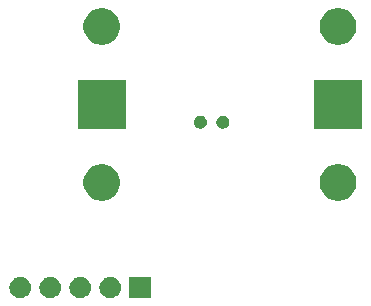
<source format=gbr>
G04 #@! TF.GenerationSoftware,KiCad,Pcbnew,(5.0.2)-1*
G04 #@! TF.CreationDate,2020-09-06T16:55:04+01:00*
G04 #@! TF.ProjectId,temperature-logger,74656d70-6572-4617-9475-72652d6c6f67,rev?*
G04 #@! TF.SameCoordinates,Original*
G04 #@! TF.FileFunction,Soldermask,Top*
G04 #@! TF.FilePolarity,Negative*
%FSLAX46Y46*%
G04 Gerber Fmt 4.6, Leading zero omitted, Abs format (unit mm)*
G04 Created by KiCad (PCBNEW (5.0.2)-1) date 06/09/2020 16:55:04*
%MOMM*%
%LPD*%
G01*
G04 APERTURE LIST*
%ADD10C,0.100000*%
G04 APERTURE END LIST*
D10*
G36*
X90820443Y-104605519D02*
X90886627Y-104612037D01*
X90999853Y-104646384D01*
X91056467Y-104663557D01*
X91195087Y-104737652D01*
X91212991Y-104747222D01*
X91248729Y-104776552D01*
X91350186Y-104859814D01*
X91433448Y-104961271D01*
X91462778Y-104997009D01*
X91462779Y-104997011D01*
X91546443Y-105153533D01*
X91546443Y-105153534D01*
X91597963Y-105323373D01*
X91615359Y-105500000D01*
X91597963Y-105676627D01*
X91563616Y-105789853D01*
X91546443Y-105846467D01*
X91472348Y-105985087D01*
X91462778Y-106002991D01*
X91433448Y-106038729D01*
X91350186Y-106140186D01*
X91248729Y-106223448D01*
X91212991Y-106252778D01*
X91212989Y-106252779D01*
X91056467Y-106336443D01*
X90999853Y-106353616D01*
X90886627Y-106387963D01*
X90820442Y-106394482D01*
X90754260Y-106401000D01*
X90665740Y-106401000D01*
X90599558Y-106394482D01*
X90533373Y-106387963D01*
X90420147Y-106353616D01*
X90363533Y-106336443D01*
X90207011Y-106252779D01*
X90207009Y-106252778D01*
X90171271Y-106223448D01*
X90069814Y-106140186D01*
X89986552Y-106038729D01*
X89957222Y-106002991D01*
X89947652Y-105985087D01*
X89873557Y-105846467D01*
X89856384Y-105789853D01*
X89822037Y-105676627D01*
X89804641Y-105500000D01*
X89822037Y-105323373D01*
X89873557Y-105153534D01*
X89873557Y-105153533D01*
X89957221Y-104997011D01*
X89957222Y-104997009D01*
X89986552Y-104961271D01*
X90069814Y-104859814D01*
X90171271Y-104776552D01*
X90207009Y-104747222D01*
X90224913Y-104737652D01*
X90363533Y-104663557D01*
X90420147Y-104646384D01*
X90533373Y-104612037D01*
X90599558Y-104605518D01*
X90665740Y-104599000D01*
X90754260Y-104599000D01*
X90820443Y-104605519D01*
X90820443Y-104605519D01*
G37*
G36*
X88280443Y-104605519D02*
X88346627Y-104612037D01*
X88459853Y-104646384D01*
X88516467Y-104663557D01*
X88655087Y-104737652D01*
X88672991Y-104747222D01*
X88708729Y-104776552D01*
X88810186Y-104859814D01*
X88893448Y-104961271D01*
X88922778Y-104997009D01*
X88922779Y-104997011D01*
X89006443Y-105153533D01*
X89006443Y-105153534D01*
X89057963Y-105323373D01*
X89075359Y-105500000D01*
X89057963Y-105676627D01*
X89023616Y-105789853D01*
X89006443Y-105846467D01*
X88932348Y-105985087D01*
X88922778Y-106002991D01*
X88893448Y-106038729D01*
X88810186Y-106140186D01*
X88708729Y-106223448D01*
X88672991Y-106252778D01*
X88672989Y-106252779D01*
X88516467Y-106336443D01*
X88459853Y-106353616D01*
X88346627Y-106387963D01*
X88280442Y-106394482D01*
X88214260Y-106401000D01*
X88125740Y-106401000D01*
X88059558Y-106394482D01*
X87993373Y-106387963D01*
X87880147Y-106353616D01*
X87823533Y-106336443D01*
X87667011Y-106252779D01*
X87667009Y-106252778D01*
X87631271Y-106223448D01*
X87529814Y-106140186D01*
X87446552Y-106038729D01*
X87417222Y-106002991D01*
X87407652Y-105985087D01*
X87333557Y-105846467D01*
X87316384Y-105789853D01*
X87282037Y-105676627D01*
X87264641Y-105500000D01*
X87282037Y-105323373D01*
X87333557Y-105153534D01*
X87333557Y-105153533D01*
X87417221Y-104997011D01*
X87417222Y-104997009D01*
X87446552Y-104961271D01*
X87529814Y-104859814D01*
X87631271Y-104776552D01*
X87667009Y-104747222D01*
X87684913Y-104737652D01*
X87823533Y-104663557D01*
X87880147Y-104646384D01*
X87993373Y-104612037D01*
X88059558Y-104605518D01*
X88125740Y-104599000D01*
X88214260Y-104599000D01*
X88280443Y-104605519D01*
X88280443Y-104605519D01*
G37*
G36*
X85740443Y-104605519D02*
X85806627Y-104612037D01*
X85919853Y-104646384D01*
X85976467Y-104663557D01*
X86115087Y-104737652D01*
X86132991Y-104747222D01*
X86168729Y-104776552D01*
X86270186Y-104859814D01*
X86353448Y-104961271D01*
X86382778Y-104997009D01*
X86382779Y-104997011D01*
X86466443Y-105153533D01*
X86466443Y-105153534D01*
X86517963Y-105323373D01*
X86535359Y-105500000D01*
X86517963Y-105676627D01*
X86483616Y-105789853D01*
X86466443Y-105846467D01*
X86392348Y-105985087D01*
X86382778Y-106002991D01*
X86353448Y-106038729D01*
X86270186Y-106140186D01*
X86168729Y-106223448D01*
X86132991Y-106252778D01*
X86132989Y-106252779D01*
X85976467Y-106336443D01*
X85919853Y-106353616D01*
X85806627Y-106387963D01*
X85740442Y-106394482D01*
X85674260Y-106401000D01*
X85585740Y-106401000D01*
X85519558Y-106394482D01*
X85453373Y-106387963D01*
X85340147Y-106353616D01*
X85283533Y-106336443D01*
X85127011Y-106252779D01*
X85127009Y-106252778D01*
X85091271Y-106223448D01*
X84989814Y-106140186D01*
X84906552Y-106038729D01*
X84877222Y-106002991D01*
X84867652Y-105985087D01*
X84793557Y-105846467D01*
X84776384Y-105789853D01*
X84742037Y-105676627D01*
X84724641Y-105500000D01*
X84742037Y-105323373D01*
X84793557Y-105153534D01*
X84793557Y-105153533D01*
X84877221Y-104997011D01*
X84877222Y-104997009D01*
X84906552Y-104961271D01*
X84989814Y-104859814D01*
X85091271Y-104776552D01*
X85127009Y-104747222D01*
X85144913Y-104737652D01*
X85283533Y-104663557D01*
X85340147Y-104646384D01*
X85453373Y-104612037D01*
X85519558Y-104605518D01*
X85585740Y-104599000D01*
X85674260Y-104599000D01*
X85740443Y-104605519D01*
X85740443Y-104605519D01*
G37*
G36*
X83200443Y-104605519D02*
X83266627Y-104612037D01*
X83379853Y-104646384D01*
X83436467Y-104663557D01*
X83575087Y-104737652D01*
X83592991Y-104747222D01*
X83628729Y-104776552D01*
X83730186Y-104859814D01*
X83813448Y-104961271D01*
X83842778Y-104997009D01*
X83842779Y-104997011D01*
X83926443Y-105153533D01*
X83926443Y-105153534D01*
X83977963Y-105323373D01*
X83995359Y-105500000D01*
X83977963Y-105676627D01*
X83943616Y-105789853D01*
X83926443Y-105846467D01*
X83852348Y-105985087D01*
X83842778Y-106002991D01*
X83813448Y-106038729D01*
X83730186Y-106140186D01*
X83628729Y-106223448D01*
X83592991Y-106252778D01*
X83592989Y-106252779D01*
X83436467Y-106336443D01*
X83379853Y-106353616D01*
X83266627Y-106387963D01*
X83200442Y-106394482D01*
X83134260Y-106401000D01*
X83045740Y-106401000D01*
X82979558Y-106394482D01*
X82913373Y-106387963D01*
X82800147Y-106353616D01*
X82743533Y-106336443D01*
X82587011Y-106252779D01*
X82587009Y-106252778D01*
X82551271Y-106223448D01*
X82449814Y-106140186D01*
X82366552Y-106038729D01*
X82337222Y-106002991D01*
X82327652Y-105985087D01*
X82253557Y-105846467D01*
X82236384Y-105789853D01*
X82202037Y-105676627D01*
X82184641Y-105500000D01*
X82202037Y-105323373D01*
X82253557Y-105153534D01*
X82253557Y-105153533D01*
X82337221Y-104997011D01*
X82337222Y-104997009D01*
X82366552Y-104961271D01*
X82449814Y-104859814D01*
X82551271Y-104776552D01*
X82587009Y-104747222D01*
X82604913Y-104737652D01*
X82743533Y-104663557D01*
X82800147Y-104646384D01*
X82913373Y-104612037D01*
X82979558Y-104605518D01*
X83045740Y-104599000D01*
X83134260Y-104599000D01*
X83200443Y-104605519D01*
X83200443Y-104605519D01*
G37*
G36*
X94151000Y-106401000D02*
X92349000Y-106401000D01*
X92349000Y-104599000D01*
X94151000Y-104599000D01*
X94151000Y-106401000D01*
X94151000Y-106401000D01*
G37*
G36*
X90352527Y-95088736D02*
X90452410Y-95108604D01*
X90734674Y-95225521D01*
X90988705Y-95395259D01*
X91204741Y-95611295D01*
X91374479Y-95865326D01*
X91491396Y-96147590D01*
X91551000Y-96447240D01*
X91551000Y-96752760D01*
X91491396Y-97052410D01*
X91374479Y-97334674D01*
X91204741Y-97588705D01*
X90988705Y-97804741D01*
X90734674Y-97974479D01*
X90452410Y-98091396D01*
X90352527Y-98111264D01*
X90152762Y-98151000D01*
X89847238Y-98151000D01*
X89647473Y-98111264D01*
X89547590Y-98091396D01*
X89265326Y-97974479D01*
X89011295Y-97804741D01*
X88795259Y-97588705D01*
X88625521Y-97334674D01*
X88508604Y-97052410D01*
X88449000Y-96752760D01*
X88449000Y-96447240D01*
X88508604Y-96147590D01*
X88625521Y-95865326D01*
X88795259Y-95611295D01*
X89011295Y-95395259D01*
X89265326Y-95225521D01*
X89547590Y-95108604D01*
X89647473Y-95088736D01*
X89847238Y-95049000D01*
X90152762Y-95049000D01*
X90352527Y-95088736D01*
X90352527Y-95088736D01*
G37*
G36*
X110352527Y-95088736D02*
X110452410Y-95108604D01*
X110734674Y-95225521D01*
X110988705Y-95395259D01*
X111204741Y-95611295D01*
X111374479Y-95865326D01*
X111491396Y-96147590D01*
X111551000Y-96447240D01*
X111551000Y-96752760D01*
X111491396Y-97052410D01*
X111374479Y-97334674D01*
X111204741Y-97588705D01*
X110988705Y-97804741D01*
X110734674Y-97974479D01*
X110452410Y-98091396D01*
X110352527Y-98111264D01*
X110152762Y-98151000D01*
X109847238Y-98151000D01*
X109647473Y-98111264D01*
X109547590Y-98091396D01*
X109265326Y-97974479D01*
X109011295Y-97804741D01*
X108795259Y-97588705D01*
X108625521Y-97334674D01*
X108508604Y-97052410D01*
X108449000Y-96752760D01*
X108449000Y-96447240D01*
X108508604Y-96147590D01*
X108625521Y-95865326D01*
X108795259Y-95611295D01*
X109011295Y-95395259D01*
X109265326Y-95225521D01*
X109547590Y-95108604D01*
X109647473Y-95088736D01*
X109847238Y-95049000D01*
X110152762Y-95049000D01*
X110352527Y-95088736D01*
X110352527Y-95088736D01*
G37*
G36*
X100410721Y-90970174D02*
X100510995Y-91011709D01*
X100601245Y-91072012D01*
X100677988Y-91148755D01*
X100738291Y-91239005D01*
X100779826Y-91339279D01*
X100801000Y-91445730D01*
X100801000Y-91554270D01*
X100779826Y-91660721D01*
X100738291Y-91760995D01*
X100677988Y-91851245D01*
X100601245Y-91927988D01*
X100510995Y-91988291D01*
X100410721Y-92029826D01*
X100304270Y-92051000D01*
X100195730Y-92051000D01*
X100089279Y-92029826D01*
X99989005Y-91988291D01*
X99898755Y-91927988D01*
X99822012Y-91851245D01*
X99761709Y-91760995D01*
X99720174Y-91660721D01*
X99699000Y-91554270D01*
X99699000Y-91445730D01*
X99720174Y-91339279D01*
X99761709Y-91239005D01*
X99822012Y-91148755D01*
X99898755Y-91072012D01*
X99989005Y-91011709D01*
X100089279Y-90970174D01*
X100195730Y-90949000D01*
X100304270Y-90949000D01*
X100410721Y-90970174D01*
X100410721Y-90970174D01*
G37*
G36*
X92051000Y-92051000D02*
X87949000Y-92051000D01*
X87949000Y-87949000D01*
X92051000Y-87949000D01*
X92051000Y-92051000D01*
X92051000Y-92051000D01*
G37*
G36*
X98510721Y-90970174D02*
X98610995Y-91011709D01*
X98701245Y-91072012D01*
X98777988Y-91148755D01*
X98838291Y-91239005D01*
X98879826Y-91339279D01*
X98901000Y-91445730D01*
X98901000Y-91554270D01*
X98879826Y-91660721D01*
X98838291Y-91760995D01*
X98777988Y-91851245D01*
X98701245Y-91927988D01*
X98610995Y-91988291D01*
X98510721Y-92029826D01*
X98404270Y-92051000D01*
X98295730Y-92051000D01*
X98189279Y-92029826D01*
X98089005Y-91988291D01*
X97998755Y-91927988D01*
X97922012Y-91851245D01*
X97861709Y-91760995D01*
X97820174Y-91660721D01*
X97799000Y-91554270D01*
X97799000Y-91445730D01*
X97820174Y-91339279D01*
X97861709Y-91239005D01*
X97922012Y-91148755D01*
X97998755Y-91072012D01*
X98089005Y-91011709D01*
X98189279Y-90970174D01*
X98295730Y-90949000D01*
X98404270Y-90949000D01*
X98510721Y-90970174D01*
X98510721Y-90970174D01*
G37*
G36*
X112051000Y-92051000D02*
X107949000Y-92051000D01*
X107949000Y-87949000D01*
X112051000Y-87949000D01*
X112051000Y-92051000D01*
X112051000Y-92051000D01*
G37*
G36*
X90352527Y-81888736D02*
X90452410Y-81908604D01*
X90734674Y-82025521D01*
X90988705Y-82195259D01*
X91204741Y-82411295D01*
X91374479Y-82665326D01*
X91491396Y-82947590D01*
X91551000Y-83247240D01*
X91551000Y-83552760D01*
X91491396Y-83852410D01*
X91374479Y-84134674D01*
X91204741Y-84388705D01*
X90988705Y-84604741D01*
X90734674Y-84774479D01*
X90452410Y-84891396D01*
X90352527Y-84911264D01*
X90152762Y-84951000D01*
X89847238Y-84951000D01*
X89647473Y-84911264D01*
X89547590Y-84891396D01*
X89265326Y-84774479D01*
X89011295Y-84604741D01*
X88795259Y-84388705D01*
X88625521Y-84134674D01*
X88508604Y-83852410D01*
X88449000Y-83552760D01*
X88449000Y-83247240D01*
X88508604Y-82947590D01*
X88625521Y-82665326D01*
X88795259Y-82411295D01*
X89011295Y-82195259D01*
X89265326Y-82025521D01*
X89547590Y-81908604D01*
X89647473Y-81888736D01*
X89847238Y-81849000D01*
X90152762Y-81849000D01*
X90352527Y-81888736D01*
X90352527Y-81888736D01*
G37*
G36*
X110352527Y-81888736D02*
X110452410Y-81908604D01*
X110734674Y-82025521D01*
X110988705Y-82195259D01*
X111204741Y-82411295D01*
X111374479Y-82665326D01*
X111491396Y-82947590D01*
X111551000Y-83247240D01*
X111551000Y-83552760D01*
X111491396Y-83852410D01*
X111374479Y-84134674D01*
X111204741Y-84388705D01*
X110988705Y-84604741D01*
X110734674Y-84774479D01*
X110452410Y-84891396D01*
X110352527Y-84911264D01*
X110152762Y-84951000D01*
X109847238Y-84951000D01*
X109647473Y-84911264D01*
X109547590Y-84891396D01*
X109265326Y-84774479D01*
X109011295Y-84604741D01*
X108795259Y-84388705D01*
X108625521Y-84134674D01*
X108508604Y-83852410D01*
X108449000Y-83552760D01*
X108449000Y-83247240D01*
X108508604Y-82947590D01*
X108625521Y-82665326D01*
X108795259Y-82411295D01*
X109011295Y-82195259D01*
X109265326Y-82025521D01*
X109547590Y-81908604D01*
X109647473Y-81888736D01*
X109847238Y-81849000D01*
X110152762Y-81849000D01*
X110352527Y-81888736D01*
X110352527Y-81888736D01*
G37*
M02*

</source>
